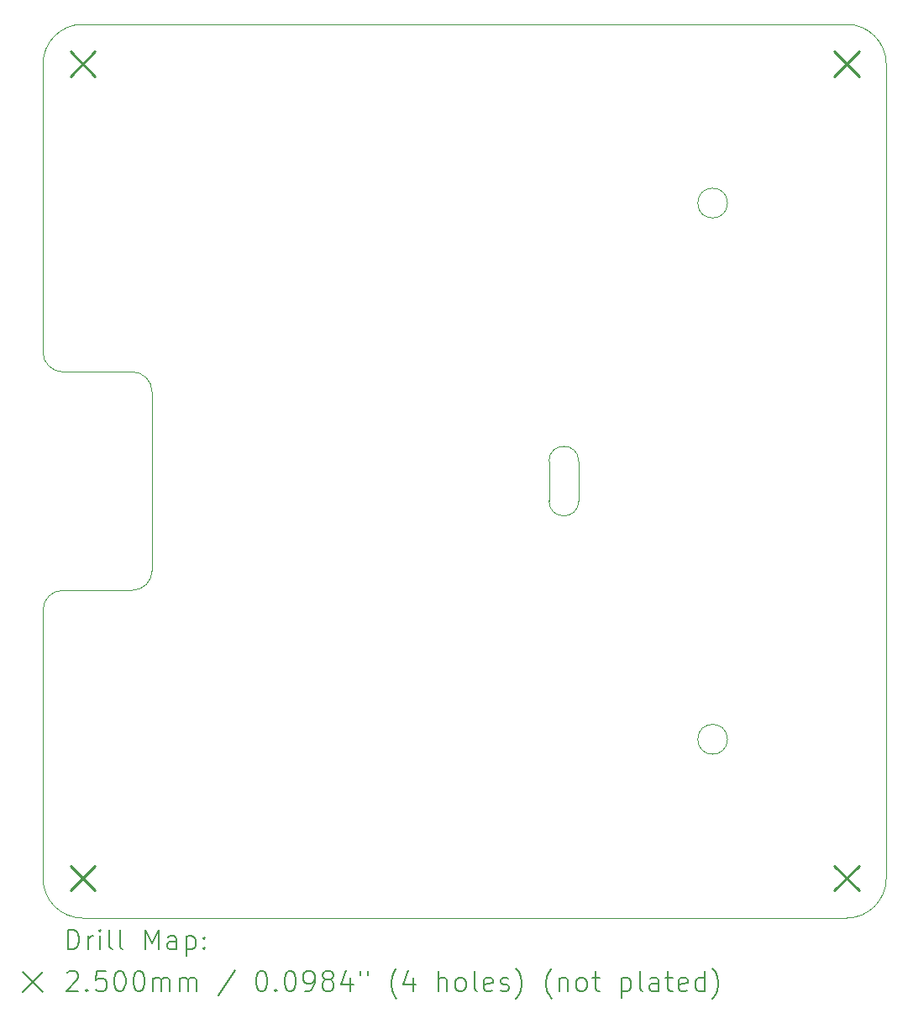
<source format=gbr>
%TF.GenerationSoftware,KiCad,Pcbnew,(6.0.9)*%
%TF.CreationDate,2023-01-31T02:57:37+02:00*%
%TF.ProjectId,Schematics,53636865-6d61-4746-9963-732e6b696361,rev?*%
%TF.SameCoordinates,Original*%
%TF.FileFunction,Drillmap*%
%TF.FilePolarity,Positive*%
%FSLAX45Y45*%
G04 Gerber Fmt 4.5, Leading zero omitted, Abs format (unit mm)*
G04 Created by KiCad (PCBNEW (6.0.9)) date 2023-01-31 02:57:37*
%MOMM*%
%LPD*%
G01*
G04 APERTURE LIST*
%ADD10C,0.100000*%
%ADD11C,0.200000*%
%ADD12C,0.250000*%
G04 APERTURE END LIST*
D10*
X16900000Y-13200000D02*
G75*
G03*
X16900000Y-13200000I-150000J0D01*
G01*
X16900000Y-7800000D02*
G75*
G03*
X16900000Y-7800000I-150000J0D01*
G01*
X10400000Y-6000000D02*
G75*
G03*
X10000000Y-6400000I0J-400000D01*
G01*
X18500000Y-6400000D02*
G75*
G03*
X18100000Y-6000000I-400000J0D01*
G01*
X10000000Y-9300000D02*
G75*
G03*
X10200000Y-9500000I200000J0D01*
G01*
X15100000Y-10400000D02*
X15100000Y-10800000D01*
X15400000Y-10400000D02*
X15400000Y-10800000D01*
X18500000Y-6400000D02*
X18500000Y-14600000D01*
X11100000Y-9700000D02*
G75*
G03*
X10900000Y-9500000I-200000J0D01*
G01*
X10900000Y-11700000D02*
G75*
G03*
X11100000Y-11500000I0J200000D01*
G01*
X11100000Y-9700000D02*
X11100000Y-11500000D01*
X15400000Y-10400000D02*
G75*
G03*
X15100000Y-10400000I-150000J0D01*
G01*
X10000000Y-14600000D02*
X10000000Y-11900000D01*
X10200000Y-11700000D02*
X10900000Y-11700000D01*
X18100000Y-15000000D02*
G75*
G03*
X18500000Y-14600000I0J400000D01*
G01*
X10000000Y-6400000D02*
X10000000Y-9300000D01*
X10200000Y-9500000D02*
X10900000Y-9500000D01*
X10400000Y-6000000D02*
X18100000Y-6000000D01*
X10200000Y-11700000D02*
G75*
G03*
X10000000Y-11900000I0J-200000D01*
G01*
X15100000Y-10800000D02*
G75*
G03*
X15400000Y-10800000I150000J0D01*
G01*
X18100000Y-15000000D02*
X10400000Y-15000000D01*
X10000000Y-14600000D02*
G75*
G03*
X10400000Y-15000000I400000J0D01*
G01*
D11*
D12*
X10275000Y-6275000D02*
X10525000Y-6525000D01*
X10525000Y-6275000D02*
X10275000Y-6525000D01*
X10275000Y-14475000D02*
X10525000Y-14725000D01*
X10525000Y-14475000D02*
X10275000Y-14725000D01*
X17975000Y-6275000D02*
X18225000Y-6525000D01*
X18225000Y-6275000D02*
X17975000Y-6525000D01*
X17975000Y-14475000D02*
X18225000Y-14725000D01*
X18225000Y-14475000D02*
X17975000Y-14725000D01*
D11*
X10252619Y-15315476D02*
X10252619Y-15115476D01*
X10300238Y-15115476D01*
X10328810Y-15125000D01*
X10347857Y-15144048D01*
X10357381Y-15163095D01*
X10366905Y-15201190D01*
X10366905Y-15229762D01*
X10357381Y-15267857D01*
X10347857Y-15286905D01*
X10328810Y-15305952D01*
X10300238Y-15315476D01*
X10252619Y-15315476D01*
X10452619Y-15315476D02*
X10452619Y-15182143D01*
X10452619Y-15220238D02*
X10462143Y-15201190D01*
X10471667Y-15191667D01*
X10490714Y-15182143D01*
X10509762Y-15182143D01*
X10576429Y-15315476D02*
X10576429Y-15182143D01*
X10576429Y-15115476D02*
X10566905Y-15125000D01*
X10576429Y-15134524D01*
X10585952Y-15125000D01*
X10576429Y-15115476D01*
X10576429Y-15134524D01*
X10700238Y-15315476D02*
X10681190Y-15305952D01*
X10671667Y-15286905D01*
X10671667Y-15115476D01*
X10805000Y-15315476D02*
X10785952Y-15305952D01*
X10776429Y-15286905D01*
X10776429Y-15115476D01*
X11033571Y-15315476D02*
X11033571Y-15115476D01*
X11100238Y-15258333D01*
X11166905Y-15115476D01*
X11166905Y-15315476D01*
X11347857Y-15315476D02*
X11347857Y-15210714D01*
X11338333Y-15191667D01*
X11319286Y-15182143D01*
X11281190Y-15182143D01*
X11262143Y-15191667D01*
X11347857Y-15305952D02*
X11328809Y-15315476D01*
X11281190Y-15315476D01*
X11262143Y-15305952D01*
X11252619Y-15286905D01*
X11252619Y-15267857D01*
X11262143Y-15248809D01*
X11281190Y-15239286D01*
X11328809Y-15239286D01*
X11347857Y-15229762D01*
X11443095Y-15182143D02*
X11443095Y-15382143D01*
X11443095Y-15191667D02*
X11462143Y-15182143D01*
X11500238Y-15182143D01*
X11519286Y-15191667D01*
X11528809Y-15201190D01*
X11538333Y-15220238D01*
X11538333Y-15277381D01*
X11528809Y-15296428D01*
X11519286Y-15305952D01*
X11500238Y-15315476D01*
X11462143Y-15315476D01*
X11443095Y-15305952D01*
X11624048Y-15296428D02*
X11633571Y-15305952D01*
X11624048Y-15315476D01*
X11614524Y-15305952D01*
X11624048Y-15296428D01*
X11624048Y-15315476D01*
X11624048Y-15191667D02*
X11633571Y-15201190D01*
X11624048Y-15210714D01*
X11614524Y-15201190D01*
X11624048Y-15191667D01*
X11624048Y-15210714D01*
X9795000Y-15545000D02*
X9995000Y-15745000D01*
X9995000Y-15545000D02*
X9795000Y-15745000D01*
X10243095Y-15554524D02*
X10252619Y-15545000D01*
X10271667Y-15535476D01*
X10319286Y-15535476D01*
X10338333Y-15545000D01*
X10347857Y-15554524D01*
X10357381Y-15573571D01*
X10357381Y-15592619D01*
X10347857Y-15621190D01*
X10233571Y-15735476D01*
X10357381Y-15735476D01*
X10443095Y-15716428D02*
X10452619Y-15725952D01*
X10443095Y-15735476D01*
X10433571Y-15725952D01*
X10443095Y-15716428D01*
X10443095Y-15735476D01*
X10633571Y-15535476D02*
X10538333Y-15535476D01*
X10528810Y-15630714D01*
X10538333Y-15621190D01*
X10557381Y-15611667D01*
X10605000Y-15611667D01*
X10624048Y-15621190D01*
X10633571Y-15630714D01*
X10643095Y-15649762D01*
X10643095Y-15697381D01*
X10633571Y-15716428D01*
X10624048Y-15725952D01*
X10605000Y-15735476D01*
X10557381Y-15735476D01*
X10538333Y-15725952D01*
X10528810Y-15716428D01*
X10766905Y-15535476D02*
X10785952Y-15535476D01*
X10805000Y-15545000D01*
X10814524Y-15554524D01*
X10824048Y-15573571D01*
X10833571Y-15611667D01*
X10833571Y-15659286D01*
X10824048Y-15697381D01*
X10814524Y-15716428D01*
X10805000Y-15725952D01*
X10785952Y-15735476D01*
X10766905Y-15735476D01*
X10747857Y-15725952D01*
X10738333Y-15716428D01*
X10728810Y-15697381D01*
X10719286Y-15659286D01*
X10719286Y-15611667D01*
X10728810Y-15573571D01*
X10738333Y-15554524D01*
X10747857Y-15545000D01*
X10766905Y-15535476D01*
X10957381Y-15535476D02*
X10976429Y-15535476D01*
X10995476Y-15545000D01*
X11005000Y-15554524D01*
X11014524Y-15573571D01*
X11024048Y-15611667D01*
X11024048Y-15659286D01*
X11014524Y-15697381D01*
X11005000Y-15716428D01*
X10995476Y-15725952D01*
X10976429Y-15735476D01*
X10957381Y-15735476D01*
X10938333Y-15725952D01*
X10928810Y-15716428D01*
X10919286Y-15697381D01*
X10909762Y-15659286D01*
X10909762Y-15611667D01*
X10919286Y-15573571D01*
X10928810Y-15554524D01*
X10938333Y-15545000D01*
X10957381Y-15535476D01*
X11109762Y-15735476D02*
X11109762Y-15602143D01*
X11109762Y-15621190D02*
X11119286Y-15611667D01*
X11138333Y-15602143D01*
X11166905Y-15602143D01*
X11185952Y-15611667D01*
X11195476Y-15630714D01*
X11195476Y-15735476D01*
X11195476Y-15630714D02*
X11205000Y-15611667D01*
X11224048Y-15602143D01*
X11252619Y-15602143D01*
X11271667Y-15611667D01*
X11281190Y-15630714D01*
X11281190Y-15735476D01*
X11376428Y-15735476D02*
X11376428Y-15602143D01*
X11376428Y-15621190D02*
X11385952Y-15611667D01*
X11405000Y-15602143D01*
X11433571Y-15602143D01*
X11452619Y-15611667D01*
X11462143Y-15630714D01*
X11462143Y-15735476D01*
X11462143Y-15630714D02*
X11471667Y-15611667D01*
X11490714Y-15602143D01*
X11519286Y-15602143D01*
X11538333Y-15611667D01*
X11547857Y-15630714D01*
X11547857Y-15735476D01*
X11938333Y-15525952D02*
X11766905Y-15783095D01*
X12195476Y-15535476D02*
X12214524Y-15535476D01*
X12233571Y-15545000D01*
X12243095Y-15554524D01*
X12252619Y-15573571D01*
X12262143Y-15611667D01*
X12262143Y-15659286D01*
X12252619Y-15697381D01*
X12243095Y-15716428D01*
X12233571Y-15725952D01*
X12214524Y-15735476D01*
X12195476Y-15735476D01*
X12176428Y-15725952D01*
X12166905Y-15716428D01*
X12157381Y-15697381D01*
X12147857Y-15659286D01*
X12147857Y-15611667D01*
X12157381Y-15573571D01*
X12166905Y-15554524D01*
X12176428Y-15545000D01*
X12195476Y-15535476D01*
X12347857Y-15716428D02*
X12357381Y-15725952D01*
X12347857Y-15735476D01*
X12338333Y-15725952D01*
X12347857Y-15716428D01*
X12347857Y-15735476D01*
X12481190Y-15535476D02*
X12500238Y-15535476D01*
X12519286Y-15545000D01*
X12528809Y-15554524D01*
X12538333Y-15573571D01*
X12547857Y-15611667D01*
X12547857Y-15659286D01*
X12538333Y-15697381D01*
X12528809Y-15716428D01*
X12519286Y-15725952D01*
X12500238Y-15735476D01*
X12481190Y-15735476D01*
X12462143Y-15725952D01*
X12452619Y-15716428D01*
X12443095Y-15697381D01*
X12433571Y-15659286D01*
X12433571Y-15611667D01*
X12443095Y-15573571D01*
X12452619Y-15554524D01*
X12462143Y-15545000D01*
X12481190Y-15535476D01*
X12643095Y-15735476D02*
X12681190Y-15735476D01*
X12700238Y-15725952D01*
X12709762Y-15716428D01*
X12728809Y-15687857D01*
X12738333Y-15649762D01*
X12738333Y-15573571D01*
X12728809Y-15554524D01*
X12719286Y-15545000D01*
X12700238Y-15535476D01*
X12662143Y-15535476D01*
X12643095Y-15545000D01*
X12633571Y-15554524D01*
X12624048Y-15573571D01*
X12624048Y-15621190D01*
X12633571Y-15640238D01*
X12643095Y-15649762D01*
X12662143Y-15659286D01*
X12700238Y-15659286D01*
X12719286Y-15649762D01*
X12728809Y-15640238D01*
X12738333Y-15621190D01*
X12852619Y-15621190D02*
X12833571Y-15611667D01*
X12824048Y-15602143D01*
X12814524Y-15583095D01*
X12814524Y-15573571D01*
X12824048Y-15554524D01*
X12833571Y-15545000D01*
X12852619Y-15535476D01*
X12890714Y-15535476D01*
X12909762Y-15545000D01*
X12919286Y-15554524D01*
X12928809Y-15573571D01*
X12928809Y-15583095D01*
X12919286Y-15602143D01*
X12909762Y-15611667D01*
X12890714Y-15621190D01*
X12852619Y-15621190D01*
X12833571Y-15630714D01*
X12824048Y-15640238D01*
X12814524Y-15659286D01*
X12814524Y-15697381D01*
X12824048Y-15716428D01*
X12833571Y-15725952D01*
X12852619Y-15735476D01*
X12890714Y-15735476D01*
X12909762Y-15725952D01*
X12919286Y-15716428D01*
X12928809Y-15697381D01*
X12928809Y-15659286D01*
X12919286Y-15640238D01*
X12909762Y-15630714D01*
X12890714Y-15621190D01*
X13100238Y-15602143D02*
X13100238Y-15735476D01*
X13052619Y-15525952D02*
X13005000Y-15668809D01*
X13128809Y-15668809D01*
X13195476Y-15535476D02*
X13195476Y-15573571D01*
X13271667Y-15535476D02*
X13271667Y-15573571D01*
X13566905Y-15811667D02*
X13557381Y-15802143D01*
X13538333Y-15773571D01*
X13528809Y-15754524D01*
X13519286Y-15725952D01*
X13509762Y-15678333D01*
X13509762Y-15640238D01*
X13519286Y-15592619D01*
X13528809Y-15564048D01*
X13538333Y-15545000D01*
X13557381Y-15516428D01*
X13566905Y-15506905D01*
X13728809Y-15602143D02*
X13728809Y-15735476D01*
X13681190Y-15525952D02*
X13633571Y-15668809D01*
X13757381Y-15668809D01*
X13985952Y-15735476D02*
X13985952Y-15535476D01*
X14071667Y-15735476D02*
X14071667Y-15630714D01*
X14062143Y-15611667D01*
X14043095Y-15602143D01*
X14014524Y-15602143D01*
X13995476Y-15611667D01*
X13985952Y-15621190D01*
X14195476Y-15735476D02*
X14176428Y-15725952D01*
X14166905Y-15716428D01*
X14157381Y-15697381D01*
X14157381Y-15640238D01*
X14166905Y-15621190D01*
X14176428Y-15611667D01*
X14195476Y-15602143D01*
X14224048Y-15602143D01*
X14243095Y-15611667D01*
X14252619Y-15621190D01*
X14262143Y-15640238D01*
X14262143Y-15697381D01*
X14252619Y-15716428D01*
X14243095Y-15725952D01*
X14224048Y-15735476D01*
X14195476Y-15735476D01*
X14376428Y-15735476D02*
X14357381Y-15725952D01*
X14347857Y-15706905D01*
X14347857Y-15535476D01*
X14528809Y-15725952D02*
X14509762Y-15735476D01*
X14471667Y-15735476D01*
X14452619Y-15725952D01*
X14443095Y-15706905D01*
X14443095Y-15630714D01*
X14452619Y-15611667D01*
X14471667Y-15602143D01*
X14509762Y-15602143D01*
X14528809Y-15611667D01*
X14538333Y-15630714D01*
X14538333Y-15649762D01*
X14443095Y-15668809D01*
X14614524Y-15725952D02*
X14633571Y-15735476D01*
X14671667Y-15735476D01*
X14690714Y-15725952D01*
X14700238Y-15706905D01*
X14700238Y-15697381D01*
X14690714Y-15678333D01*
X14671667Y-15668809D01*
X14643095Y-15668809D01*
X14624048Y-15659286D01*
X14614524Y-15640238D01*
X14614524Y-15630714D01*
X14624048Y-15611667D01*
X14643095Y-15602143D01*
X14671667Y-15602143D01*
X14690714Y-15611667D01*
X14766905Y-15811667D02*
X14776428Y-15802143D01*
X14795476Y-15773571D01*
X14805000Y-15754524D01*
X14814524Y-15725952D01*
X14824048Y-15678333D01*
X14824048Y-15640238D01*
X14814524Y-15592619D01*
X14805000Y-15564048D01*
X14795476Y-15545000D01*
X14776428Y-15516428D01*
X14766905Y-15506905D01*
X15128809Y-15811667D02*
X15119286Y-15802143D01*
X15100238Y-15773571D01*
X15090714Y-15754524D01*
X15081190Y-15725952D01*
X15071667Y-15678333D01*
X15071667Y-15640238D01*
X15081190Y-15592619D01*
X15090714Y-15564048D01*
X15100238Y-15545000D01*
X15119286Y-15516428D01*
X15128809Y-15506905D01*
X15205000Y-15602143D02*
X15205000Y-15735476D01*
X15205000Y-15621190D02*
X15214524Y-15611667D01*
X15233571Y-15602143D01*
X15262143Y-15602143D01*
X15281190Y-15611667D01*
X15290714Y-15630714D01*
X15290714Y-15735476D01*
X15414524Y-15735476D02*
X15395476Y-15725952D01*
X15385952Y-15716428D01*
X15376428Y-15697381D01*
X15376428Y-15640238D01*
X15385952Y-15621190D01*
X15395476Y-15611667D01*
X15414524Y-15602143D01*
X15443095Y-15602143D01*
X15462143Y-15611667D01*
X15471667Y-15621190D01*
X15481190Y-15640238D01*
X15481190Y-15697381D01*
X15471667Y-15716428D01*
X15462143Y-15725952D01*
X15443095Y-15735476D01*
X15414524Y-15735476D01*
X15538333Y-15602143D02*
X15614524Y-15602143D01*
X15566905Y-15535476D02*
X15566905Y-15706905D01*
X15576428Y-15725952D01*
X15595476Y-15735476D01*
X15614524Y-15735476D01*
X15833571Y-15602143D02*
X15833571Y-15802143D01*
X15833571Y-15611667D02*
X15852619Y-15602143D01*
X15890714Y-15602143D01*
X15909762Y-15611667D01*
X15919286Y-15621190D01*
X15928809Y-15640238D01*
X15928809Y-15697381D01*
X15919286Y-15716428D01*
X15909762Y-15725952D01*
X15890714Y-15735476D01*
X15852619Y-15735476D01*
X15833571Y-15725952D01*
X16043095Y-15735476D02*
X16024048Y-15725952D01*
X16014524Y-15706905D01*
X16014524Y-15535476D01*
X16205000Y-15735476D02*
X16205000Y-15630714D01*
X16195476Y-15611667D01*
X16176428Y-15602143D01*
X16138333Y-15602143D01*
X16119286Y-15611667D01*
X16205000Y-15725952D02*
X16185952Y-15735476D01*
X16138333Y-15735476D01*
X16119286Y-15725952D01*
X16109762Y-15706905D01*
X16109762Y-15687857D01*
X16119286Y-15668809D01*
X16138333Y-15659286D01*
X16185952Y-15659286D01*
X16205000Y-15649762D01*
X16271667Y-15602143D02*
X16347857Y-15602143D01*
X16300238Y-15535476D02*
X16300238Y-15706905D01*
X16309762Y-15725952D01*
X16328809Y-15735476D01*
X16347857Y-15735476D01*
X16490714Y-15725952D02*
X16471667Y-15735476D01*
X16433571Y-15735476D01*
X16414524Y-15725952D01*
X16405000Y-15706905D01*
X16405000Y-15630714D01*
X16414524Y-15611667D01*
X16433571Y-15602143D01*
X16471667Y-15602143D01*
X16490714Y-15611667D01*
X16500238Y-15630714D01*
X16500238Y-15649762D01*
X16405000Y-15668809D01*
X16671667Y-15735476D02*
X16671667Y-15535476D01*
X16671667Y-15725952D02*
X16652619Y-15735476D01*
X16614524Y-15735476D01*
X16595476Y-15725952D01*
X16585952Y-15716428D01*
X16576428Y-15697381D01*
X16576428Y-15640238D01*
X16585952Y-15621190D01*
X16595476Y-15611667D01*
X16614524Y-15602143D01*
X16652619Y-15602143D01*
X16671667Y-15611667D01*
X16747857Y-15811667D02*
X16757381Y-15802143D01*
X16776428Y-15773571D01*
X16785952Y-15754524D01*
X16795476Y-15725952D01*
X16805000Y-15678333D01*
X16805000Y-15640238D01*
X16795476Y-15592619D01*
X16785952Y-15564048D01*
X16776428Y-15545000D01*
X16757381Y-15516428D01*
X16747857Y-15506905D01*
M02*

</source>
